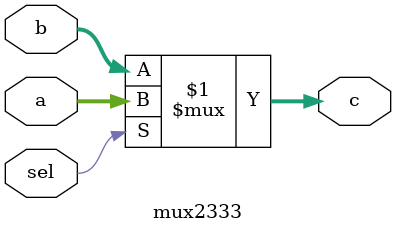
<source format=v>
`timescale 1ns / 1ps
module mux2333(
    input [31:0] a,
    input [31:0] b,
    input sel,
    output [31:0] c
    );
	 assign c = (sel)? a:b;


endmodule

</source>
